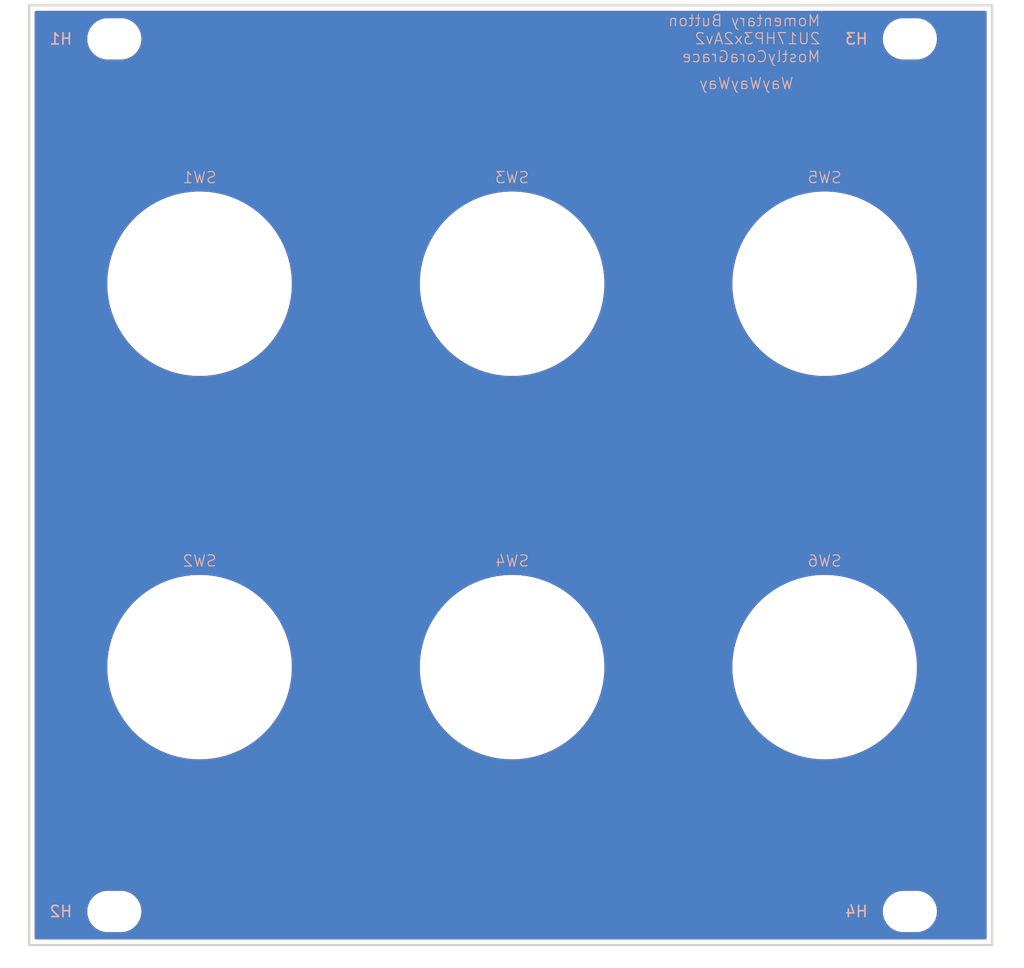
<source format=kicad_pcb>
(kicad_pcb (version 20241229) (generator "pcbnew") (generator_version "9.0")
  (layers (0 "F.Cu" signal) (2 "B.Cu" signal) (13 "F.Paste" user) (15 "B.Paste" user) (5 "F.SilkS" user "F.Silkscreen") (7 "B.SilkS" user "B.Silkscreen") (1 "F.Mask" user) (3 "B.Mask" user) (25 "Edge.Cuts" user))
  (net 0 "")
  (footprint "EXC:SW_SPST_M16_Panel_Mount_Push-Button" (layer "F.Cu") (at 15.24 61.62)
    (property "Reference" "SW2" (at 0 -9.5 0) (layer "B.SilkS") (effects (font (thickness 0.1)) (justify mirror)))
    (property "Value" "SW_SPST_M16_Panel_Mount_Push-Button")
    (pad "" np_thru_hole circle (at 0 0) (size 16 16) (drill 16) (layers "*.Cu" "*.Mask"))
  )
  (footprint "EXC:SW_SPST_M16_Panel_Mount_Push-Button" (layer "F.Cu") (at 15.24 27.33)
    (property "Reference" "SW1" (at 0 -9.5 0) (layer "B.SilkS") (effects (font (thickness 0.1)) (justify mirror)))
    (property "Value" "SW_SPST_M16_Panel_Mount_Push-Button")
    (pad "" np_thru_hole circle (at 0 0) (size 16 16) (drill 16) (layers "*.Cu" "*.Mask"))
  )
  (footprint "EXC:SW_SPST_M16_Panel_Mount_Push-Button" (layer "F.Cu") (at 71.12 27.33)
    (property "Reference" "SW5" (at 0 -9.5 0) (layer "B.SilkS") (effects (font (thickness 0.1)) (justify mirror)))
    (property "Value" "SW_SPST_M16_Panel_Mount_Push-Button")
    (pad "" np_thru_hole circle (at 0 0) (size 16 16) (drill 16) (layers "*.Cu" "*.Mask"))
  )
  (footprint "EXC:MountingHole_3.2mm_M3" (layer "F.Cu") (at 78.74 83.475)
    (property "Reference" "H4" (at -3.683 0 0) (layer "B.SilkS") (effects (justify left mirror)))
    (property "Value" "Eurorack_M3_MountingHole")
    (pad "" np_thru_hole oval (at 0 0) (size 4.34 3.2) (drill oval 4.34 3.2) (layers "*.Cu" "*.Mask"))
  )
  (footprint "EXC:SW_SPST_M16_Panel_Mount_Push-Button" (layer "F.Cu") (at 71.12 61.62)
    (property "Reference" "SW6" (at 0 -9.5 0) (layer "B.SilkS") (effects (font (thickness 0.1)) (justify mirror)))
    (property "Value" "SW_SPST_M16_Panel_Mount_Push-Button")
    (pad "" np_thru_hole circle (at 0 0) (size 16 16) (drill 16) (layers "*.Cu" "*.Mask"))
  )
  (footprint "EXC:SW_SPST_M16_Panel_Mount_Push-Button" (layer "F.Cu") (at 43.18 27.33)
    (property "Reference" "SW3" (at 0 -9.5 0) (layer "B.SilkS") (effects (font (thickness 0.1)) (justify mirror)))
    (property "Value" "SW_SPST_M16_Panel_Mount_Push-Button")
    (pad "" np_thru_hole circle (at 0 0) (size 16 16) (drill 16) (layers "*.Cu" "*.Mask"))
  )
  (footprint "EXC:MountingHole_3.2mm_M3" (layer "F.Cu") (at 78.74 5.425)
    (property "Reference" "H3" (at -3.683 0 0) (layer "B.SilkS") (effects (justify left mirror)))
    (property "Value" "Eurorack_M3_MountingHole")
    (pad "" np_thru_hole oval (at 0 0) (size 4.34 3.2) (drill oval 4.34 3.2) (layers "*.Cu" "*.Mask"))
  )
  (footprint "EXC:SW_SPST_M16_Panel_Mount_Push-Button" (layer "F.Cu") (at 43.18 61.62)
    (property "Reference" "SW4" (at 0 -9.5 0) (layer "B.SilkS") (effects (font (thickness 0.1)) (justify mirror)))
    (property "Value" "SW_SPST_M16_Panel_Mount_Push-Button")
    (pad "" np_thru_hole circle (at 0 0) (size 16 16) (drill 16) (layers "*.Cu" "*.Mask"))
  )
  (footprint "EXC:MountingHole_3.2mm_M3" (layer "F.Cu") (at 7.62 83.475)
    (property "Reference" "H2" (at -3.683 0 0) (layer "B.SilkS") (effects (justify left mirror)))
    (property "Value" "Eurorack_M3_MountingHole")
    (pad "" np_thru_hole oval (at 0 0) (size 4.34 3.2) (drill oval 4.34 3.2) (layers "*.Cu" "*.Mask"))
  )
  (footprint "EXC:MountingHole_3.2mm_M3" (layer "F.Cu") (at 7.62 5.425)
    (property "Reference" "H1" (at -3.683 0 0) (layer "B.SilkS") (effects (justify left mirror)))
    (property "Value" "Eurorack_M3_MountingHole")
    (pad "" np_thru_hole oval (at 0 0) (size 4.34 3.2) (drill oval 4.34 3.2) (layers "*.Cu" "*.Mask"))
  )
  (gr_rect (start 0 2.425) (end 86.1 86.475) (stroke (width 0.2)) (fill no) (layer "Edge.Cuts"))
  (gr_text "Momentary Button\n2U17HP3x2Av2\nMostlyCoraGrace" (at 70.8 7.6 0) (layer "B.SilkS") (effects (font (size 1 1) (thickness 0.1)) (justify left bottom mirror)))
  (gr_text "WayWayWay" (at 68.4 10 0) (layer "B.SilkS") (effects (font (size 1 1) (thickness 0.1)) (justify left bottom mirror)))
  (zone (net 0) (net_name "") (layers "F.Cu" "B.Cu") (connect_pads (clearance 0.5)) (min_thickness 0.25) (fill yes (thermal_gap 0.5) (thermal_bridge_width 0.5) (island_removal_mode 1) (island_area_min 10))
    (polygon (pts (xy 0 2.425) (xy 86.1 2.425) (xy 86.1 86.475) (xy 0 86.475)))
  )
)
</source>
